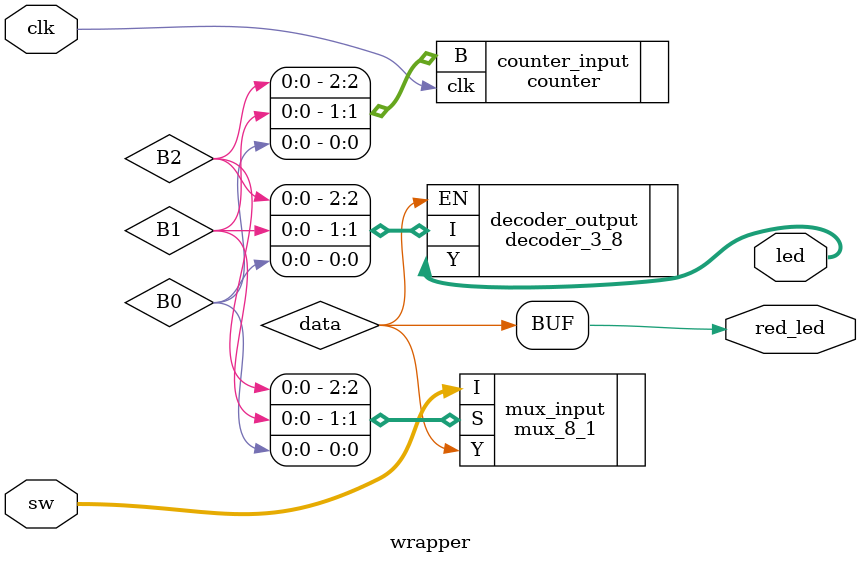
<source format=v>
`timescale 1ns / 1ps


module wrapper(
    input [7:0] sw,
    input clk, 
    output [7:0] led,
    output red_led
    );
    
    wire data;
    wire B2, B1, B0;
    
    counter counter_input(.clk(clk), .B({B2, B1, B0}));
    
    mux_8_1 mux_input(.I(sw), .S({B2, B1, B0}), .Y(data));
    
    decoder_3_8 decoder_output(.EN(data), .I({B2, B1, B0}), .Y(led));
    
    assign red_led = data;
    
    
endmodule

</source>
